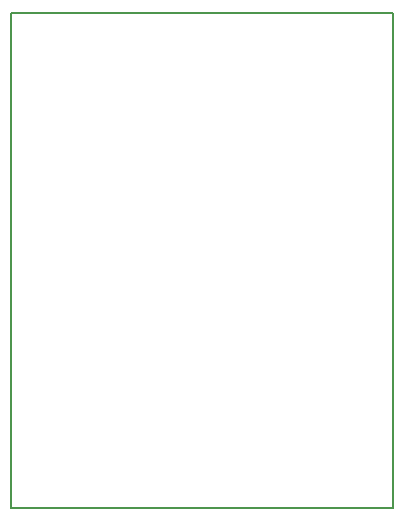
<source format=gbr>
G04 #@! TF.GenerationSoftware,KiCad,Pcbnew,5.0.2-bee76a0~70~ubuntu18.04.1*
G04 #@! TF.CreationDate,2019-10-10T21:29:05+02:00*
G04 #@! TF.ProjectId,prototype2,70726f74-6f74-4797-9065-322e6b696361,rev?*
G04 #@! TF.SameCoordinates,PX62b5c68PY68c4118*
G04 #@! TF.FileFunction,Profile,NP*
%FSLAX46Y46*%
G04 Gerber Fmt 4.6, Leading zero omitted, Abs format (unit mm)*
G04 Created by KiCad (PCBNEW 5.0.2-bee76a0~70~ubuntu18.04.1) date tor 10 okt 2019 21:29:05*
%MOMM*%
%LPD*%
G01*
G04 APERTURE LIST*
%ADD10C,0.150000*%
G04 APERTURE END LIST*
D10*
X32385000Y41910000D02*
X0Y41910000D01*
X32385000Y0D02*
X32385000Y41910000D01*
X0Y0D02*
X32385000Y0D01*
X0Y41910000D02*
X0Y0D01*
M02*

</source>
